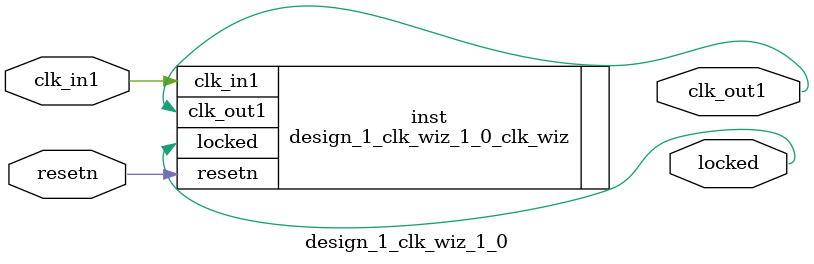
<source format=v>


`timescale 1ps/1ps

(* CORE_GENERATION_INFO = "design_1_clk_wiz_1_0,clk_wiz_v5_4_0_0,{component_name=design_1_clk_wiz_1_0,use_phase_alignment=true,use_min_o_jitter=false,use_max_i_jitter=false,use_dyn_phase_shift=false,use_inclk_switchover=false,use_dyn_reconfig=false,enable_axi=0,feedback_source=FDBK_AUTO,PRIMITIVE=MMCM,num_out_clk=1,clkin1_period=10.000,clkin2_period=10.000,use_power_down=false,use_reset=true,use_locked=true,use_inclk_stopped=false,feedback_type=SINGLE,CLOCK_MGR_TYPE=NA,manual_override=false}" *)

module design_1_clk_wiz_1_0 
 (
  // Clock out ports
  output        clk_out1,
  // Status and control signals
  input         resetn,
  output        locked,
 // Clock in ports
  input         clk_in1
 );

  design_1_clk_wiz_1_0_clk_wiz inst
  (
  // Clock out ports  
  .clk_out1(clk_out1),
  // Status and control signals               
  .resetn(resetn), 
  .locked(locked),
 // Clock in ports
  .clk_in1(clk_in1)
  );

endmodule

</source>
